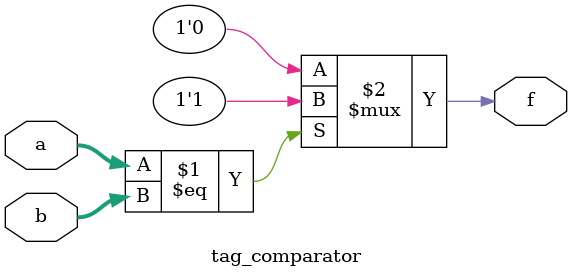
<source format=sv>
module tag_comparator #(parameter width = 24)(
    input logic[width-1:0] a,
    input logic[width-1:0] b,
    output logic f
    );

assign f = (a == b) ? 1'b1 : 1'b0;

endmodule

</source>
